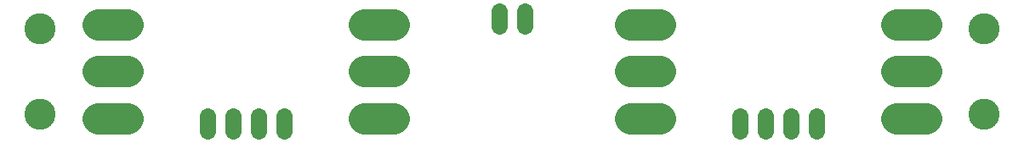
<source format=gbr>
G04 EAGLE Gerber RS-274X export*
G75*
%MOMM*%
%FSLAX34Y34*%
%LPD*%
%INSoldermask Bottom*%
%IPPOS*%
%AMOC8*
5,1,8,0,0,1.08239X$1,22.5*%
G01*
%ADD10C,3.100000*%
%ADD11C,1.624000*%
%ADD12C,3.100000*%


D10*
X30000Y115000D03*
X30000Y30000D03*
X970000Y115000D03*
X970000Y30000D03*
D11*
X196900Y27620D02*
X196900Y12380D01*
X222300Y12380D02*
X222300Y27620D01*
X247700Y27620D02*
X247700Y12380D01*
X273100Y12380D02*
X273100Y27620D01*
X726900Y27620D02*
X726900Y12380D01*
X752300Y12380D02*
X752300Y27620D01*
X777700Y27620D02*
X777700Y12380D01*
X803100Y12380D02*
X803100Y27620D01*
X487300Y117380D02*
X487300Y132620D01*
X512700Y132620D02*
X512700Y117380D01*
D12*
X117500Y119490D02*
X87500Y119490D01*
X87500Y72500D02*
X117500Y72500D01*
X117500Y25510D02*
X87500Y25510D01*
X352500Y25510D02*
X382500Y25510D01*
X382500Y72500D02*
X352500Y72500D01*
X352500Y119490D02*
X382500Y119490D01*
X617500Y119490D02*
X647500Y119490D01*
X647500Y72500D02*
X617500Y72500D01*
X617500Y25510D02*
X647500Y25510D01*
X882500Y25510D02*
X912500Y25510D01*
X912500Y72500D02*
X882500Y72500D01*
X882500Y119490D02*
X912500Y119490D01*
M02*

</source>
